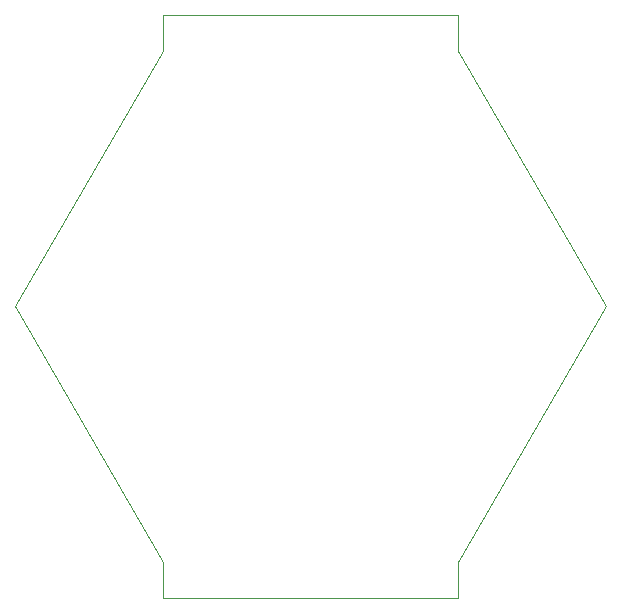
<source format=gbr>
%TF.GenerationSoftware,KiCad,Pcbnew,9.0.6-rc1*%
%TF.CreationDate,2025-10-31T17:35:14+01:00*%
%TF.ProjectId,PCB_BRUSHED,5043425f-4252-4555-9348-45442e6b6963,rev?*%
%TF.SameCoordinates,Original*%
%TF.FileFunction,Profile,NP*%
%FSLAX46Y46*%
G04 Gerber Fmt 4.6, Leading zero omitted, Abs format (unit mm)*
G04 Created by KiCad (PCBNEW 9.0.6-rc1) date 2025-10-31 17:35:14*
%MOMM*%
%LPD*%
G01*
G04 APERTURE LIST*
%TA.AperFunction,Profile*%
%ADD10C,0.050000*%
%TD*%
G04 APERTURE END LIST*
D10*
X142500000Y-74350000D02*
X155000000Y-96000000D01*
X148750000Y-106825000D01*
X142500000Y-117650000D01*
X142500000Y-120700000D01*
X117500000Y-120700000D01*
X117500000Y-117650000D01*
X105000000Y-96000000D01*
X117500000Y-74350000D01*
X117500000Y-71300000D01*
X142500000Y-71300000D01*
X142500000Y-74350000D01*
M02*

</source>
